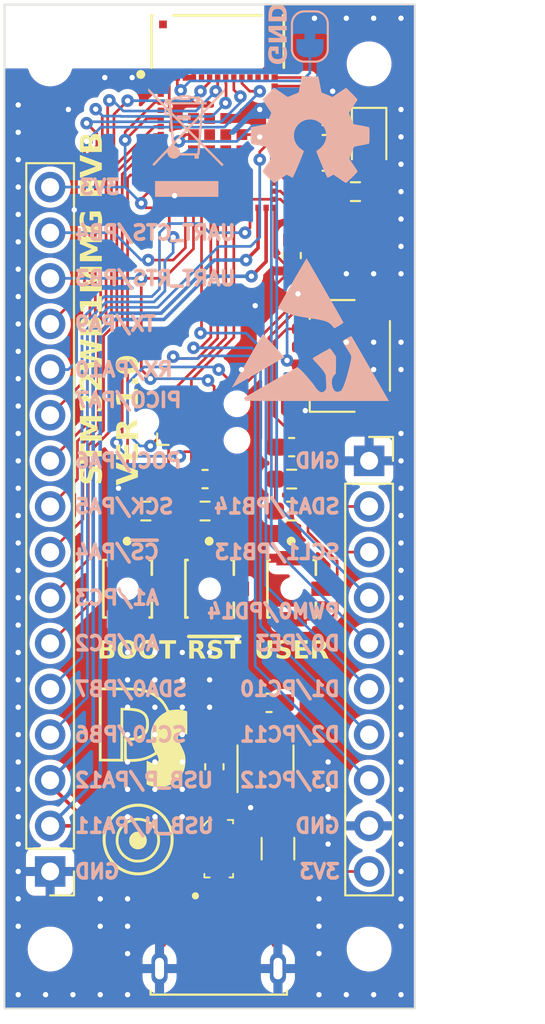
<source format=kicad_pcb>
(kicad_pcb (version 20221018) (generator pcbnew)
  (title_block (title "ST32WB5MM_EVB") (date "2023-11-08") (rev "01") (company "Applied Sensors") (comment 1 "Design: D. Shlenkevitch"))
  (layers (0 "F.Cu" mixed) (31 "B.Cu" mixed) (34 "B.Paste" user) (35 "F.Paste" user) (36 "B.SilkS" user "B.Silkscreen") (37 "F.SilkS" user "F.Silkscreen") (38 "B.Mask" user) (39 "F.Mask" user) (44 "Edge.Cuts" user))
  (property "project_name" "STM32WB5MMG EVB")
  (net 0 "")
  (net 1 "+3.3V")
  (net 2 "GND")
  (net 3 "/BUTT_1")
  (net 4 "/~{RST}")
  (net 5 "Net-(MD1B-PB10)")
  (net 6 "Net-(MD1B-PB11)")
  (net 7 "Net-(MD1B-PC5)")
  (net 8 "/V_USB")
  (net 9 "/USB_N")
  (net 10 "/USB_P")
  (net 11 "Net-(D2-A)")
  (net 12 "Net-(J2-VUSB)")
  (net 13 "/I2C1_SDA")
  (net 14 "/I2C1_SCL")
  (net 16 "/SWDIO")
  (net 17 "/SWDCLK")
  (net 18 "/UART_RTS {slash} SWO")
  (net 19 "/A0{slash}PC2")
  (net 20 "/A1{slash}PC3")
  (net 21 "/PWM0")
  (net 22 "/UART_CTS")
  (net 23 "/RX")
  (net 24 "/TX")
  (net 25 "/I2C3_SDA1")
  (net 26 "/I2C3_SCL1")
  (net 27 "/SPI_PICO")
  (net 28 "/SPI_POCI")
  (net 29 "/SPI_SCK")
  (net 30 "/SPI_~{CS}")
  (net 31 "Net-(JP1-A)")
  (net 38 "/BOOT0")
  (net 45 "/LED_USER")
  (net 70 "Net-(S3-NO)")
  (net 75 "/D3{slash}PC12")
  (net 76 "/D2{slash}PC11")
  (net 77 "/D0{slash}PE3")
  (net 78 "/D1{slash}PC10")
  (footprint "MountingHole:MountingHole_2mm" (layer "F.Cu") (at 88.9 98.298)
    (fp_text reference "H3" hide)
    (fp_text value "MountingHole" hide)
  )
  (footprint "Resistor_SMD:R_0603_1608Metric_Pad0.98x0.95mm_HandSolder" (layer "F.Cu") (at 102.362 73.914 180)
    (fp_text reference "R4" hide)
    (fp_text value "10K")
  )
  (footprint "Package_TO_SOT_SMD:SOT-23-5" (layer "F.Cu") (at 100.904 87.7625 90)
    (fp_text reference "U1" hide)
    (fp_text value "AP2112K-3.3")
  )
  (footprint "MountingHole:MountingHole_2mm" (layer "F.Cu") (at 106.68 98.298)
    (fp_text reference "H4" hide)
    (fp_text value "MountingHole" hide)
  )
  (footprint "Resistor_SMD:R_0603_1608Metric_Pad0.98x0.95mm_HandSolder" (layer "F.Cu") (at 105.918 56.134 180)
    (fp_text reference "R5" hide)
    (fp_text value "1K")
  )
  (footprint "digikey-footprints:TO-253-4" (layer "F.Cu") (at 98.298 92.71)
    (fp_text reference "D1" hide)
    (fp_text value "PRTR5V0U2X_215")
  )
  (footprint "Fuse:Fuse_1206_3216Metric_Pad1.42x1.75mm_HandSolder" (layer "F.Cu") (at 101.6 92.71 90)
    (fp_text reference "F1" hide)
    (fp_text value "PPTC_HALF-AMP")
  )
  (footprint "Resistor_SMD:R_0603_1608Metric_Pad0.98x0.95mm_HandSolder" (layer "F.Cu") (at 102.362 72.136 180)
    (fp_text reference "R2" hide)
    (fp_text value "10K")
  )
  (footprint "Connector_JST:JST_SH_SM04B-SRSS-TB_1x04-1MP_P1.00mm_Horizontal" (layer "F.Cu") (at 105.156 65.278 90)
    (fp_text reference "J1" hide)
    (fp_text value "I2C_STANDARDQWIIC")
  )
  (footprint "Resistor_SMD:R_0603_1608Metric_Pad0.98x0.95mm_HandSolder" (layer "F.Cu") (at 97.536 73.914)
    (fp_text reference "R3" hide)
    (fp_text value "10K")
  )
  (footprint "Fiducial:Fiducial_0.75mm_Mask1.5mm" (layer "F.Cu") (at 88.646 52.578)
    (fp_text reference "FID1" hide)
    (fp_text value "Fiducial" hide)
  )
  (footprint "Capacitor_SMD:C_0603_1608Metric_Pad1.08x0.95mm_HandSolder" (layer "F.Cu") (at 102.362 59.69 -90)
    (fp_text reference "C1" hide)
    (fp_text value "4.7uF")
  )
  (footprint "MountingHole:MountingHole_2mm" (layer "F.Cu") (at 88.9 49.022)
    (fp_text reference "H1" hide)
    (fp_text value "MountingHole" hide)
  )
  (footprint "Capacitor_SMD:C_0603_1608Metric_Pad1.08x0.95mm_HandSolder" (layer "F.Cu") (at 97.536 72.136)
    (fp_text reference "C3" hide)
    (fp_text value "0.1uF")
  )
  (footprint "Fiducial:Fiducial_0.75mm_Mask1.5mm" (layer "F.Cu") (at 92.202 99.568)
    (fp_text reference "FID3" hide)
    (fp_text value "Fiducial" hide)
  )
  (footprint "my_logos:DS_logo_6x6mm" (layer "F.Cu") (at 94.1 86.5)
    (fp_text reference "G***" hide)
    (fp_text value "LOGO" hide)
  )
  (footprint "Capacitor_SMD:C_0402_1005Metric_Pad0.74x0.62mm_HandSolder" (layer "F.Cu") (at 104.1995 54.61 180)
    (fp_text reference "C6" hide)
    (fp_text value "3.3pF")
  )
  (footprint "Fiducial:Fiducial_0.75mm_Mask1.5mm" (layer "F.Cu") (at 106.426 58.42)
    (fp_text reference "FID2" hide)
    (fp_text value "Fiducial" hide)
  )
  (footprint "MountingHole:MountingHole_2mm" (layer "F.Cu") (at 106.68 49.022)
    (fp_text reference "H2" hide)
    (fp_text value "MountingHole" hide)
  )
  (footprint "Capacitor_SMD:C_0603_1608Metric_Pad1.08x0.95mm_HandSolder" (layer "F.Cu") (at 102.362 70.358 180)
    (fp_text reference "C2" hide)
    (fp_text value "0.1uF")
  )
  (footprint "Switch-B3U-1100P-B:Omron_Electronics_Inc-EMC_Div-B3U-1100P-B-MFG" (layer "F.Cu") (at 102.362 78.24 90)
    (fp_text reference "S3" hide)
    (fp_text value "B3U-1000P-B" hide)
  )
  (footprint "my_logos:one_suns_4x4mm" (layer "F.Cu") (at 93.8 92.2)
    (fp_text reference "G***" hide)
    (fp_text value "LOGO" hide)
  )
  (footprint "Capacitor_SMD:C_0402_1005Metric_Pad0.74x0.62mm_HandSolder" (layer "F.Cu") (at 104.1995 53.34 180)
    (fp_text reference "C5" hide)
    (fp_text value "3.3pF")
  )
  (footprint "Switch-B3U-1100P-B:Omron_Electronics_Inc-EMC_Div-B3U-1100P-B-MFG" (layer "F.Cu") (at 93.218 78.24 90)
    (fp_text reference "S1" hide)
    (fp_text value "B3U-1000P-B" hide)
  )
  (footprint "Capacitor_SMD:C_0603_1608Metric_Pad1.08x0.95mm_HandSolder" (layer "F.Cu") (at 101.1035 84.593)
    (fp_text reference "C8" hide)
    (fp_text value "1.0uF")
  )
  (footprint "Capacitor_SMD:C_0603_1608Metric_Pad1.08x0.95mm_HandSolder" (layer "F.Cu") (at 98.0555 88.149 -90)
    (fp_text reference "C7" hide)
    (fp_text value "1.0uF")
  )
  (footprint "Switch-B3U-1100P-B:Omron_Electronics_Inc-EMC_Div-B3U-1100P-B-MFG" (layer "F.Cu") (at 97.79 78.24 90)
    (fp_text reference "S2" hide)
    (fp_text value "B3U-1000P-B" hide)
  )
  (footprint "Connector:Tag-Connect_TC2030-IDC-NL_2x03_P1.27mm_Vertical" (layer "F.Cu") (at 96.774 68.961)
    (fp_text reference "J3" hide)
    (fp_text value "Conn_ARM_SWD_TagConnect_TC2030" hide)
  )
  (footprint "STM32WB5MMGH6TR-MFG:STM32WB5MMGH6TR-MFG" (layer "F.Cu") (at 98.24 51.859)
    (fp_text reference "MD1" hide)
    (fp_text value "STM32WB5MMGH6TR" hide)
  )
  (footprint "LED_SMD:LED_0805_2012Metric_Pad1.15x1.40mm_HandSolder" (layer "F.Cu") (at 106.68 53.331001 -90)
    (fp_text reference "D2" hide)
    (fp_text value "LED_GREEN")
  )
  (footprint "Capacitor_SMD:C_0402_1005Metric_Pad0.74x0.62mm_HandSolder" (layer "F.Cu") (at 104.1995 52.07)
    (fp_text reference "C4" hide)
    (fp_text value "3.3pF")
  )
  (footprint "Resistor_SMD:R_0603_1608Metric_Pad0.98x0.95mm_HandSolder" (layer "F.Cu") (at 94.234 73.914 180)
    (fp_text reference "R1" hide)
    (fp_text value "100K")
  )
  (footprint "Connector_PinHeader_2.54mm:PinHeader_1x16_P2.54mm_Vertical" (layer "F.Cu") (at 88.9 93.98 180)
    (fp_text reference "J5" hide)
    (fp_text value "Conn_01x16" hide)
  )
  (footprint "USB_micro_10118193:USB-micro-AMPHENOL_10118193-0001LF" (layer "F.Cu") (at 98.298 99.3855)
    (fp_text reference "J2" hide)
    (fp_text value "10118193-0001LF")
  )
  (footprint "Connector_PinSocket_2.54mm:PinSocket_1x10_P2.54mm_Vertical" (layer "F.Cu") (at 106.68 71.12)
    (fp_text reference "J4" hide)
    (fp_text value "Conn_01x10" hide)
  )
  (footprint "Jumper:SolderJumper-2_P1.3mm_Bridged_RoundedPad1.0x1.5mm" (layer "B.Cu") (at 103.378 47.498 90)
    (fp_text reference "JP1" hide)
    (fp_text value "Jumper_2_Bridged" hide)
  )
  (footprint "Symbol:ESD-Logo_8.9x8mm_SilkScreen" (layer "B.Cu") (at 103.4 63.8 180)
    (fp_text reference "REF**" hide)
    (fp_text value "ESD-Logo_8.9x8mm_SilkScreen" hide)
  )
  (footprint "Symbol:OSHW-Symbol_6.7x6mm_SilkScreen" (layer "B.Cu") (at 103.4 52.7 180)
    (fp_text reference "REF**" hide)
    (fp_text value "OSHW-Symbol_6.7x6mm_SilkScreen" hide)
  )
  (footprint "Symbol:WEEE-Logo_4.2x6mm_SilkScreen" (layer "B.Cu") (at 96.5 53.4 180)
    (fp_text reference "REF**" hide)
    (fp_text value "WEEE-Logo_4.2x6mm_SilkScreen" hide)
  )
  (gr_line (start 109.22 45.72) (end 109.22 101.6) (stroke (width 0.1)) (layer "Edge.Cuts"))
  (gr_line (start 86.36 101.6) (end 86.36 45.72) (stroke (width 0.1)) (layer "Edge.Cuts"))
  (gr_line (start 86.36 45.72) (end 109.22 45.72) (stroke (width 0.1)) (layer "Edge.Cuts"))
  (gr_line (start 109.22 101.6) (end 86.36 101.6) (stroke (width 0.1)) (layer "Edge.Cuts"))
  (gr_text "GND" (at 100.9 49.1 -90) (layer "B.SilkS") (effects (font (size 1 1) (thickness 0.2) bold) (justify left bottom mirror)))
  (gr_text "UART_CTS/PB4" (at 90.17 58.42) (layer "B.SilkS") (effects (font (size 0.8 0.8) (thickness 0.2) bold) (justify right mirror)))
  (gr_text "SCL0/PB6" (at 90.17 86.36) (layer "B.SilkS") (effects (font (size 0.8 0.8) (thickness 0.2) bold) (justify right mirror)))
  (gr_text "RX/PA10" (at 90.17 66.04) (layer "B.SilkS") (effects (font (size 0.8 0.8) (thickness 0.2) bold) (justify right mirror)))
  (gr_text "GND" (at 105.156 91.44) (layer "B.SilkS") (effects (font (size 0.8 0.8) (thickness 0.2) bold) (justify left mirror)))
  (gr_text "POCI/PA6" (at 90.17 71.12) (layer "B.SilkS") (effects (font (size 0.8 0.8) (thickness 0.2) bold) (justify right mirror)))
  (gr_text "SCK/PA5" (at 90.17 73.66) (layer "B.SilkS") (effects (font (size 0.8 0.8) (thickness 0.2) bold) (justify right mirror)))
  (gr_text "3V3" (at 105.156 93.98) (layer "B.SilkS") (effects (font (size 0.8 0.8) (thickness 0.2) bold) (justify left mirror)))
  (gr_text "D0/PE3" (at 105.156 81.28) (layer "B.SilkS") (effects (font (size 0.8 0.8) (thickness 0.2) bold) (justify left mirror)))
  (gr_text "A1/PC3" (at 90.17 78.74) (layer "B.SilkS") (effects (font (size 0.8 0.8) (thickness 0.2) bold) (justify right mirror)))
  (gr_text "SDA1/PB14" (at 105.156 73.66) (layer "B.SilkS") (effects (font (size 0.8 0.8) (thickness 0.2) bold) (justify left mirror)))
  (gr_text "USB_P/PA12" (at 90.17 88.9) (layer "B.SilkS") (effects (font (size 0.8 0.8) (thickness 0.2) bold) (justify right mirror)))
  (gr_text "TX/PA9" (at 90.17 63.5) (layer "B.SilkS") (effects (font (size 0.8 0.8) (thickness 0.2) bold) (justify right mirror)))
  (gr_text "D2/PC11" (at 105.156 86.36) (layer "B.SilkS") (effects (font (size 0.8 0.8) (thickness 0.2) bold) (justify left mirror)))
  (gr_text "SCL1/PB13" (at 105.156 76.2) (layer "B.SilkS") (effects (font (size 0.8 0.8) (thickness 0.2) bold) (justify left mirror)))
  (gr_text "GND" (at 90.17 93.98) (layer "B.SilkS") (effects (font (size 0.8 0.8) (thickness 0.2) bold) (justify right mirror)))
  (gr_text "3V3" (at 90.424 55.88) (layer "B.SilkS") (effects (font (size 0.8 0.8) (thickness 0.2) bold) (justify right mirror)))
  (gr_text "UART_RTS/PB3" (at 90.17 60.96) (layer "B.SilkS") (effects (font (size 0.8 0.8) (thickness 0.2) bold) (justify right mirror)))
  (gr_text "SDA0/PB7" (at 90.17 83.82) (layer "B.SilkS") (effects (font (size 0.8 0.8) (thickness 0.2) bold) (justify right mirror)))
  (gr_text "PICO/PA7" (at 90.17 67.7418) (layer "B.SilkS") (effects (font (size 0.8 0.8) (thickness 0.2) bold) (justify right mirror)))
  (gr_text "USB_N/PA11" (at 90.17 91.44) (layer "B.SilkS") (effects (font (size 0.8 0.8) (thickness 0.2) bold) (justify right mirror)))
  (gr_text "D1/PC10" (at 105.156 83.82) (layer "B.SilkS") (effects (font (size 0.8 0.8) (thickness 0.2) bold) (justify left mirror)))
  (gr_text "PWM0/PD14" (at 105.156 79.502) (layer "B.SilkS") (effects (font (size 0.8 0.8) (thickness 0.2) bold) (justify left mirror)))
  (gr_text "A0/PC2" (at 90.17 81.28) (layer "B.SilkS") (effects (font (size 0.8 0.8) (thickness 0.2) bold) (justify right mirror)))
  (gr_text "~{CS}/PA4" (at 90.17 76.2) (layer "B.SilkS") (effects (font (size 0.8 0.8) (thickness 0.2) bold) (justify right mirror)))
  (gr_text "GND" (at 105.156 71.12) (layer "B.SilkS") (effects (font (size 0.8 0.8) (thickness 0.2) bold) (justify left mirror)))
  (gr_text "D3/PC12" (at 105.156 88.9) (layer "B.SilkS") (effects (font (size 0.8 0.8) (thickness 0.2) bold) (justify left mirror)))
  (gr_text "BOOT" (at 93.726 82.296) (layer "F.SilkS") (effects (font (size 1 1) (thickness 0.2) bold) (justify bottom)))
  (gr_text "~{RST}" (at 98.044 82.296) (layer "F.SilkS") (effects (font (size 1 1) (thickness 0.2) bold) (justify bottom)))
  (gr_text "STM32WB1MMG EVB\nVER 1.0" (at 94 72.5 90) (layer "F.SilkS") (effects (font (size 1.2 1.2) (thickness 0.2) bold italic) (justify left bottom)))
  (gr_text "USER" (at 102.362 82.296) (layer "F.SilkS") (effects (font (size 1 1) (thickness 0.2) bold) (justify bottom)))
  (segment (start 98.298 66.04) (end 99.06 66.802) (width 0.15) (layer "F.Cu") (net 1))
  (segment (start 93.0805 53.265072) (end 93.0805 52.8185) (width 0.15) (layer "F.Cu") (net 1))
  (segment (start 103.632 93.98) (end 106.68 93.98) (width 0.15) (layer "F.Cu") (net 1))
  (segment (start 95.065 52.059) (end 94.286572 52.059) (width 0.15) (layer "F.Cu") (net 1))
  (segment (start 103.124 88.392) (end 103.124 93.472) (width 0.15) (layer "F.Cu") (net 1))
  (segment (start 93.98 56.7795) (end 93.98 56.559146) (width 0.15) (layer "F.Cu") (net 1))
  (segment (start 103.124 93.472) (end 103.632 93.98) (width 0.15) (layer "F.Cu") (net 1))
  (segment (start 102.362 58.8275) (end 103.124 59.5895) (width 0.15) (layer "F.Cu") (net 1))
  (segment (start 103.624 65.524) (end 104.394 66.294) (width 0.15) (layer "F.Cu") (net 1))
  (segment (start 103.886 72.136) (end 103.2745 72.136) (width 0.15) (layer "F.Cu") (net 1))
  (segment (start 99.06 85.731) (end 99.06 82.042) (width 0.15) (layer "F.Cu") (net 1))
  (segment (start 93.218 80.518) (end 93.218 79.94) (width 0.15) (layer "F.Cu") (net 1))
  (segment (start 95.504 72.7945) (end 95.504 69.596) (width 0.15) (layer "F.Cu") (net 1))
  (segment (start 104.394 66.294) (end 104.394 71.628) (width 0.15) (layer "F.Cu") (net 1))
  (segment (start 103.124 59.5895) (end 103.124 60.452) (width 0.15) (layer "F.Cu") (net 1))
  (segment (start 96.6235 74.0645) (end 96.6235 73.914) (width 0.15) (layer "F.Cu") (net 1))
  (segment (start 93.98 56.559146) (end 94.430146 56.109) (width 0.15) (layer "F.Cu") (net 1))
  (segment (start 99.954 86.625) (end 99.954 86.605) (width 0.15) (layer "F.Cu") (net 1))
  (segment (start 102.1045 65.532) (end 102.3505 65.778) (width 0.15) (layer "F.Cu") (net 1))
  (segment (start 95.1835 69.596) (end 94.488 70.2915) (width 0.15) (layer "F.Cu") (net 1))
  (segment (start 99.954 86.625) (end 99.06 85.731) (width 0.15) (layer "F.Cu") (net 1))
  (segment (start 99.822 66.802) (end 100.792 65.832) (width 0.15) (layer "F.Cu") (net 1))
  (segment (start 93.98 78.74) (end 93.98 77.728) (width 0.15) (layer "F.Cu") (net 1))
  (segment (start 96.6235 73.914) (end 95.504 72.7945) (width 0.15) (layer "F.Cu") (net 1))
  (segment (start 95.065 56.109) (end 95.277365 56.109) (width 0.15) (layer "F.Cu") (net 1))
  (segment (start 99.954 86.605) (end 101.966 84.593) (width 0.15) (layer "F.Cu") (net 1))
  (segment (start 102.3505 65.778) (end 103.156 65.778) (width 0.15) (layer "F.Cu") (net 1))
  (segment (start 101.74 56.559) (end 102.362 57.181) (width 0.15) (layer "F.Cu") (net 1))
  (segment (start 95.277365 56.109) (end 95.601366 55.784999) (width 0.15) (layer "F.Cu") (net 1))
  (segment (start 103.156 65.524) (end 103.624 65.524) (width 0.15) (layer "F.Cu") (net 1))
  (segment (start 96.851299 56.559) (end 101.415 56.559) (width 0.15) (layer "F.Cu") (net 1))
  (segment (start 99.06 82.042) (end 98.044 81.026) (width 0.15) (layer "F.Cu") (net 1))
  (segment (start 99.06 66.802) (end 99.822 66.802) (width 0.15) (layer "F.Cu") (net 1))
  (segment (start 103.124 60.452) (end 103.124 61.417534) (width 0.15) (layer "F.Cu") (net 1))
  (segment (start 100.792 65.832) (end 100.792 64.054) (width 0.15) (layer "F.Cu") (net 1))
  (segment (start 94.996 75.692) (end 96.6235 74.0645) (width 0.15) (layer "F.Cu") (net 1))
  (segment (start 103.124 61.417534) (end 102.717767 61.823767) (width 0.15) (layer "F.Cu") (net 1))
  (segment (start 93.0805 52.8185) (end 94.74 51.159) (width 0.15) (layer "F.Cu") (net 1))
  (segment (start 94.488 77.22) (end 94.488 77.216) (width 0.15) (layer "F.Cu") (net 1))
  (segment (start 99.954 86.625) (end 101.213 87.884) (width 0.15) (layer "F.Cu") (net 1))
  (segment (start 93.726 81.026) (end 93.218 80.518) (width 0.15) (layer "F.Cu") (net 1))
  (segment (start 93.218 79.502) (end 93.98 78.74) (width 0.15) (layer "F.Cu") (net 1))
  (segment (start 104.394 71.628) (end 103.886 72.136) (width 0.15) (layer "F.Cu") (net 1))
  (segment (start 98.044 81.026) (end 93.726 81.026) (width 0.15) (layer "F.Cu") (net 1))
  (segment (start 100.792 64.054) (end 102.717767 62.128233) (width 0.15) (layer "F.Cu") (net 1))
  (segment (start 93.218 79.94) (end 93.218 79.502) (width 0.15) (layer "F.Cu") (net 1))
  (segment (start 95.065 56.109) (end 94.430146 56.109) (width 0.15) (layer "F.Cu") (net 1))
  (segment (start 93.98 77.728) (end 94.488 77.22) (width 0.15) (layer "F.Cu") (net 1))
  (segment (start 94.996 76.708) (end 94.996 75.692) (width 0.15) (layer "F.Cu") (net 1))
  (segment (start 96.077298 55.784999) (end 96.851299 56.559) (width 0.15) (layer "F.Cu") (net 1))
  (segment (start 101.213 87.884) (end 102.616 87.884) (width 0.15) (layer "F.Cu") (net 1))
  (segment (start 94.286572 52.059) (end 93.0805 53.265072) (width 0.15) (layer "F.Cu") (net 1))
  (segment (start 95.065 57.034) (end 94.2345 57.034) (width 0.15) (layer "F.Cu") (net 1))
  (segment (start 94.74 51.159) (end 95.065 51.159) (width 0.15) (layer "F.Cu") (net 1))
  (segment (start 94.488 77.216) (end 94.996 76.708) (width 0.15) (layer "F.Cu") (net 1))
  (segment (start 94.2345 57.034) (end 93.98 56.7795) (width 0.15) (layer "F.Cu") (net 1))
  (segment (start 102.616 87.884) (end 103.124 88.392) (width 0.15) (layer "F.Cu") (net 1))
  (segment (start 101.415 56.559) (end 101.74 56.559) (width 0.15) (layer "F.Cu") (net 1))
  (segment (start 102.362 57.181) (end 102.362 58.8275) (width 0.15) (layer "F.Cu") (net 1))
  (segment (start 102.717767 62.128233) (end 102.717767 61.823767) (width 0.15) (layer "F.Cu") (net 1))
  (segment (start 95.601366 55.784999) (end 96.077298 55.784999) (width 0.15) (layer "F.Cu") (net 1))
  (segment (start 95.504 69.596) (end 95.1835 69.596) (width 0.15) (layer "F.Cu") (net 1))
  (via (at 93.0805 53.265072) (size 0.7) (drill 0.3) (layers "F.Cu" "B.Cu") (net 1))
  (via (at 93.98 56.7795) (size 0.7) (drill 0.3) (layers "F.Cu" "B.Cu") (net 1))
  (via (at 98.298 66.04) (size 0.7) (drill 0.3) (layers "F.Cu" "B.Cu") (net 1))
  (via (at 94.488 70.2915) (size 0.7) (drill 0.3) (layers "F.Cu" "B.Cu") (net 1))
  (via (at 102.717767 61.823767) (size 0.7) (drill 0.3) (layers "F.Cu" "B.Cu") (net 1))
  (via (at 102.1045 65.532) (size 0.7) (drill 0.3) (layers "F.Cu" "B.Cu") (net 1))
  (segment (start 93.0805 53.265072) (end 93.0805 55.88) (width 0.15) (layer "B.Cu") (net 1))
  (segment (start 94.488 70.2915) (end 93.9135 70.2915) (width 0.15) (layer "B.Cu") (net 1))
  (segment (start 93.0805 55.88) (end 88.9 55.88) (width 0.15) (layer "B.Cu") (net 1))
  (segment (start 102.108 62.433534) (end 102.717767 61.823767) (width 0.15) (layer "B.Cu") (net 1))
  (segment (start 93.218 66.802) (end 94.124781 65.895219) (width 0.15) (layer "B.Cu") (net 1))
  (segment (start 93.98 56.7795) (end 93.0805 55.88) (width 0.15) (layer "B.Cu") (net 1))
  (segment (start 102.1045 65.532) (end 102.108 65.5285) (width 0.15) (layer "B.Cu") (net 1))
  (segment (start 93.218 69.596) (end 93.218 66.802) (width 0.15) (layer "B.Cu") (net 1))
  (segment (start 98.153219 65.895219) (end 98.298 66.04) (width 0.15) (layer "B.Cu") (net 1))
  (segment (start 93.9135 70.2915) (end 93.218 69.596) (width 0.15) (layer "B.Cu") (net 1))
  (segment (start 94.124781 65.895219) (end 98.153219 65.895219) (width 0.15) (layer "B.Cu") (net 1))
  (segment (start 102.108 65.5285) (end 102.108 62.433534) (width 0.15) (layer "B.Cu") (net 1))
  (segment (start 95.465 49.384) (end 95.25 49.384) (width 0.15) (layer "F.Cu") (net 2))
  (segment (start 97.298 91.96) (end 97.623 92.285) (width 0.15) (layer "F.Cu") (net 2))
  (segment (start 92.71 73.3025) (end 92.71 72.644) (width 0.15) (layer "F.Cu") (net 2))
  (segment (start 96.89 49.459) (end 96.965 49.384) (width 0.15) (layer "F.Cu") (net 2))
  (segment (start 96.44 49.784) (end 96.44 49.459) (width 0.15) (layer "F.Cu") (net 2))
  (segment (start 100.904 89.596) (end 100.076 90.424) (width 0.15) (layer "F.Cu") (net 2))
  (segment (start 96.89 49.784) (end 96.89 49.459) (width 0.15) (layer "F.Cu") (net 2))
  (segment (start 103.2245 70.358) (end 103.2245 68.4265) (width 0.15) (layer "F.Cu") (net 2))
  (segment (start 100.584 77.216) (end 100.584 79.756) (width 0.15) (layer "F.Cu") (net 2))
  (segment (start 99.598 95.22) (end 99.598 96.7105) (width 0.15) (layer "F.Cu") (net 2))
  (segment (start 100.73 49.384) (end 101.29 48.824) (width 0.15) (layer "F.Cu") (net 2))
  (segment (start 95.54 51.459) (end 95.39 51.609) (width 0.15) (layer "F.Cu") (net 2))
  (segment (start 98.044 69.596) (end 98.044 71.7815) (width 0.15) (layer "F.Cu") (net 2))
  (segment (start 95.25 49.384) (end 93.872 49.384) (width 0.15) (layer "F.Cu") (net 2))
  (segment (start 100.33 94.488) (end 99.598 95.22) (width 0.15) (layer "F.Cu") (net 2))
  (segment (start 100.584 79.756) (end 99.314 81.026) (width 0.15) (layer "F.Cu") (net 2))
  (segment (start 95.54 49.784) (end 95.54 51.459) (width 0.15) (layer "F.Cu") (net 2))
  (segment (start 95.54 49.784) (end 95.54 49.459) (width 0.15) (layer "F.Cu") (net 2))
  (segment (start 102.2615 60.5525) (end 100.33 62.484) (width 0.15) (layer "F.Cu") (net 2))
  (segment (start 96.965 49.384) (end 100.73 49.384) (width 0.15) (layer "F.Cu") (net 2))
  (segment (start 96.89 49.784) (end 96.44 49.784) (width 0.15) (layer "F.Cu") (net 2))
  (segment (start 96.89 49.784) (end 96.89 49.454962) (width 0.15) (layer "F.Cu") (net 2))
  (segment (start 93.872 49.384) (end 93.472 49.784) (width 0.15) (layer "F.Cu") (net 2))
  (segment (start 95.065 56.559) (end 95.639831 56.559) (width 0.15) (layer "F.Cu") (net 2))
  (segment (start 101.415 59.6055) (end 102.362 60.5525) (width 0.15) (layer "F.Cu") (net 2))
  (segment (start 93.3215 73.914) (end 92.71 73.3025) (width 0.15) (layer "F.Cu") (net 2))
  (segment (start 100.33 93.472) (end 100.33 94.488) (width 0.15) (layer "F.Cu") (net 2))
  (segment (start 97.623 92.285) (end 99.143 92.285) (width 0.15) (layer "F.Cu") (net 2))
  (segment (start 96.819038 49.384) (end 96.365 49.384) (width 0.15) (layer "F.Cu") (net 2))
  (segment (start 99.908 76.54) (end 100.584 77.216) (width 0.15) (layer "F.Cu") (net 2))
  (segment (start 103.156 68.294) (end 103.124 68.326) (width 0.15) (layer "F.Cu") (net 2))
  (segment (start 100.087 52.059) (end 100.584 51.562) (width 0.15) (layer "F.Cu") (net 2))
  (segment (start 96.89 49.454962) (end 96.819038 49.384) (width 0.15) (layer "F.Cu") (net 2))
  (segment (start 97.79 76.54) (end 99.908 76.54) (width 0.15) (layer "F.Cu") (net 2))
  (segment (start 99.143 92.285) (end 100.33 93.472) (width 0.15) (layer "F.Cu") (net 2))
  (segment (start 98.044 71.7815) (end 98.3985 72.136) (width 0.15) (layer "F.Cu") (net 2))
  (segment (start 100.904 88.9) (end 100.904 89.596) (width 0.15) (layer "F.Cu") (net 2))
  (segment (start 102.362 60.5525) (end 102.2615 60.5525) (width 0.15) (layer "F.Cu") (net 2))
  (segment (start 95.639831 56.559) (end 95.839332 56.359499) (width 0.15) (layer "F.Cu") (net 2))
  (segment (start 103.156 66.778) (end 103.156 68.294) (width 0.15) (layer "F.Cu") (net 2))
  (segment (start 96.44 49.459) (end 96.365 49.384) (width 0.15) (layer "F.Cu") (net 2))
  (segment (start 98.69 52.059) (end 100.087 52.059) (width 0.15) (layer "F.Cu") (net 2))
  (segment (start 101.415 57.034) (end 101.415 59.6055) (width 0.15) (layer "F.Cu") (net 2))
  (segment (start 101.29 48.824) (end 101.29 46.824) (width 0.15) (layer "F.Cu") (net 2))
  (segment (start 95.39 51.609) (end 95.065 51.609) (width 0.15) (layer "F.Cu") (net 2))
  (segment (start 95.54 49.459) (end 95.465 49.384) (width 0.15) (layer "F.Cu") (net 2))
  (segment (start 103.2245 68.4265) (end 103.124 68.326) (width 0.15) (layer "F.Cu") (net 2))
  (segment (start 96.365 49.384) (end 95.465 49.384) (width 0.15) (layer "F.Cu") (net 2))
  (via (at 96.266 90.932) (size 0.7) (drill 0.3) (layers "F.Cu" "B.Cu") (net 2))
  (via (at 108.458 75.692) (size 0.7) (drill 0.3) (layers "F.Cu" "B.Cu") (net 2))
  (via (at 87.122 61.976) (size 0.7) (drill 0.3) (layers "F.Cu" "B.Cu") (net 2))
  (via (at 108.458 64.516) (size 0.7) (drill 0.3) (layers "F.Cu" "B.Cu") (net 2))
  (via (at 94.742 83.312) (size 0.7) (drill 0.3) (layers "F.Cu" "B.Cu") (net 2))
  (via (at 87.122 75.692) (size 0.7) (drill 0.3) (layers "F.Cu" "B.Cu") (net 2))
  (via (at 103.632 46.482) (size 0.7) (drill 0.3) (layers "F.Cu" "B.Cu") (net 2))
  (via (at 104.648 50.546) (size 0.7) (drill 0.3) (layers "F.Cu" "B.Cu") (net 2))
  (via (at 108.458 53.086) (size 0.7) (drill 0.3) (layers "F.Cu" "B.Cu") (net 2))
  (via (at 87.122 58.928) (size 0.7) (drill 0.3) (layers "F.Cu" "B.Cu") (net 2))
  (via (at 105.41 60.706) (size 0.7) (drill 0.3) (layers "F.Cu" "B.Cu") (net 2))
  (via (at 108.458 56.134) (size 0.7) (drill 0.3) (layers "F.Cu" "B.Cu") (net 2))
  (via (at 94.742 87.884) (size 0.7) (drill 0.3) (layers "F.Cu" "B.Cu") (net 2))
  (via (at 99.314 81.026) (size 0.7) (drill 0.3) (layers "F.Cu" "B.Cu") (net 2))
  (via (at 105.41 64.516) (size 0.7) (drill 0.3) (layers "F.Cu" "B.Cu") (net 2))
  (via (at 87.122 97.028) (size 0.7) (drill 0.3) (layers "F.Cu" "B.Cu") (net 2))
  (via (at 96.266 84.836) (size 0.7) (drill 0.3) (layers "F.Cu" "B.Cu") (net 2))
  (via (at 92.71 72.644) (size 0.7) (drill 0.3) (layers "F.Cu" "B.Cu") (net 2))
  (via (at 97.79 81.788) (size 0.7) (drill 0.3) (layers "F.Cu" "B.Cu") (net 2))
  (via (at 87.122 87.884) (size 0.7) (drill 0.3) (layers "F.Cu" "B.Cu") (net 2))
  (via (at 87.122 81.788) (size 0.7) (drill 0.3) (layers "F.Cu" "B.Cu") (net 2))
  (via (at 108.458 46.482) (size 0.7) (drill 0.3) (layers "F.Cu" "B.Cu") (net 2))
  (via (at 93.472 49.784) (size 0.7) (drill 0.3) (layers "F.Cu" "B.Cu") (net 2))
  (via (at 87.122 72.644) (size 0.7) (drill 0.3) (layers "F.Cu" "B.Cu") (net 2))
  (via (at 93.218 89.408) (size 0.7) (drill 0.3) (layers "F.Cu" "B.Cu") (net 2))
  (via (at 108.458 84.836) (size 0.7) (drill 0.3) (layers "F.Cu" "B.Cu") (net 2))
  (via (at 108.458 81.788) (size 0.7) (drill 0.3) (layers "F.Cu" "B.Cu") (net 2))
  (via (at 106.934 46.482) (size 0.7) (drill 0.3) (layers "F.Cu" "B.Cu") (net 2))
  (via (at 108.458 95.504) (size 0.7) (drill 0.3) (layers "F.Cu" "B.Cu") (net 2))
  (via (at 97.79 84.836) (size 0.7) (drill 0.3) (layers "F.Cu" "B.Cu") (net 2))
  (via (at 103.886 95.504) (size 0.7) (drill 0.3) (layers "F.Cu" "B.Cu") (net 2))
  (via (at 108.458 78.74) (size 0.7) (drill 0.3) (layers "F.Cu" "B.Cu") (net 2))
  (via (at 108.458 80.264) (size 0.7) (drill 0.3) (layers "F.Cu" "B.Cu") (net 2))
  (via (at 93.218 100.838) (size 0.7) (drill 0.3) (layers "F.Cu" "B.Cu") (net 2))
  (via (at 108.458 92.456) (size 0.7) (drill 0.3) (layers "F.Cu" "B.Cu") (net 2))
  (via (at 87.122 90.932) (size 0.7) (drill 0.3) (layers "F.Cu" "B.Cu") (net 2))
  (via (at 94.742 89.408) (size 0.7) (drill 0.3) (layers "F.Cu" "B.Cu") (net 2))
  (via (at 94.742 90.932) (size 0.7) (drill 0.3) (layers "F.Cu" "B.Cu") (net 2))
  (via (at 87.122 84.836) (size 0.7) (drill 0.3) (layers "F.Cu" "B.Cu") (net 2))
  (via (at 93.218 97.028) (size 0.7) (drill 0.3) (layers "F.Cu" "B.Cu") (net 2))
  (via (at 87.122 51.308) (size 0.7) (drill 0.3) (layers "F.Cu" "B.Cu") (net 2))
  (via (at 95.839332 56.359499) (size 0.7) (drill 0.3) (layers "F.Cu" "B.Cu") (net 2))
  (via (at 93.218 90.932) (size 0.7) (drill 0.3) (layers "F.Cu" "B.Cu") (net 2))
  (via (at 87.122 80.264) (size 0.7) (drill 0.3) (layers "F.Cu" "B.Cu") (net 2))
  (via (at 91.694 100.838) (size 0.7) (drill 0.3) (layers "F.Cu" "B.Cu") (net 2))
  (via (at 108.458 89.408) (size 0.7) (drill 0.3) (layers "F.Cu" "B.Cu") (net 2))
  (via (at 100.33 62.484) (size 0.7) (drill 0.3) (layers "F.Cu" "B.Cu") (net 2))
  (via (at 108.458 72.644) (size 0.7) (drill 0.3) (layers "F.Cu" "B.Cu") (net 2))
  (via (at 93.218 98.552) (size 0.7) (drill 0.3) (layers "F.Cu" "B.Cu") (net 2))
  (via (at 87.122 92.456) (size 0.7) (drill 0.3) (layers "F.Cu" "B.Cu") (net 2))
  (via (at 97.79 83.312) (size 0.7) (drill 0.3) (layers "F.Cu" "B.Cu") (net 2))
  (via (at 104.394 87.884) (size 0.7) (drill 0.3) (layers "F.Cu" "B.Cu") (net 2))
  (via (at 96.266 87.884) (size 0.7) (drill 0.3) (layers "F.Cu" "B.Cu") (net 2))
  (via (at 106.934 100.838) (size 0.7) (drill 0.3) (layers "F.Cu" "B.Cu") (net 2))
  (via (at 87.122 100.838) (size 0.7) (drill 0.3) (layers "F.Cu" "B.Cu") (net 2))
  (via (at 103.886 100.838) (size 0.7) (drill 0.3) (layers "F.Cu" "B.Cu") (net 2))
  (via (at 87.122 74.168) (size 0.7) (drill 0.3) (layers "F.Cu" "B.Cu") (net 2))
  (via (at 108.458 87.884) (size 0.7) (drill 0.3) (layers "F.Cu" "B.Cu") (net 2))
  (via (at 108.458 57.658) (size 0.7) (drill 0.3) (layers "F.Cu" "B.Cu") (net 2))
  (via (at 93.218 81.788) (size 0.7) (drill 0.3) (layers "F.Cu" "B.Cu") (net 2))
  (via (at 104.394 92.456) (size 0.7) (drill 0.3) (layers "F.Cu" "B.Cu") (net 2))
  (via (at 87.122 86.36) (size 0.7) (drill 0.3) (layers "F.Cu" "B.Cu") (net 2))
  (via (at 87.122 83.312) (size 0.7) (drill 0.3) (layers "F.Cu" "B.Cu") (net 2))
  (via (at 108.458 66.04) (size 0.7) (drill 0.3) (layers "F.Cu" "B.Cu") (net 2))
  (via (at 96.266 86.36) (size 0.7) (drill 0.3) (layers "F.Cu" "B.Cu") (net 2))
  (via (at 96.266 89.408) (size 0.7) (drill 0.3) (layers "F.Cu" "B.Cu") (net 2))
  (via (at 106.934 64.516) (size 0.7) (drill 0.3) (layers "F.Cu" "B.Cu") (net 2))
  (via (at 87.122 93.98) (size 0.7) (drill 0.3) (layers "F.Cu" "B.Cu") (net 2))
  (via (at 91.694 95.504) (size 0.7) (drill 0.3) (layers "F.Cu" "B.Cu") (net 2))
  (via (at 104.394 89.408) (size 0.7) (drill 0.3) (layers "F.Cu" "B.Cu") (net 2))
  (via (at 87.122 54.356) (size 0.7) (drill 0.3) (layers "F.Cu" "B.Cu") (net 2))
  (via (at 87.122 68.072) (size 0.7) (drill 0.3) (layers "F.Cu" "B.Cu") (net 2))
  (via (at 87.122 52.832) (size 0.7) (drill 0.3) (layers "F.Cu" "B.Cu") (net 2))
  (via (at 87.122 60.452) (size 0.7) (drill 0.3) (layers "F.Cu" "B.Cu") (net 2))
  (via (at 103.124 68.326) (size 0.7) (drill 0.3) (layers "F.Cu" "B.Cu") (net 2))
  (via (at 93.218 87.884) (size 0.7) (drill 0.3) (layers "F.Cu" "B.Cu") (net 2))
  (via (at 93.218 83.312) (size 0.7) (drill 0.3) (layers "F.Cu" "B.Cu") (net 2))
  (via (at 108.458 51.562) (size 0.7) (drill 0.3) (layers "F.Cu" "B.Cu") (net 2))
  (via (at 91.694 97.028) (size 0.7) (drill 0.3) (layers "F.Cu" "B.Cu") (net 2))
  (via (at 108.458 97.028) (size 0.7) (drill 0.3) (layers "F.Cu" "B.Cu") (net 2))
  (via (at 108.458 93.98) (size 0.7) (drill 0.3) (layers "F.Cu" "B.Cu") (net 2))
  (via (at 87.122 77.216) (size 0.7) (drill 0.3) (layers "F.Cu" "B.Cu") (net 2))
  (via (at 94.742 84.836) (size 0.7) (drill 0.3) (layers "F.Cu" "B.Cu") (net 2))
  (via (at 93.218 95.504) (size 0.7) (drill 0.3) (layers "F.Cu" "B.Cu") (net 2))
  (via (at 108.458 77.216) (size 0.7) (drill 0.3) (layers "F.Cu" "B.Cu") (net 2))
  (via (at 94.742 86.36) (size 0.7) (drill 0.3) (layers "F.Cu" "B.Cu") (net 2))
  (via (at 108.458 74.168) (size 0.7) (drill 0.3) (layers "F.Cu" "B.Cu") (net 2))
  (via (at 108.458 60.706) (size 0.7) (drill 0.3) (layers "F.Cu" "B.Cu") (net 2))
  (via (at 90.17 100.838) (size 0.7) (drill 0.3) (layers "F.Cu" "B.Cu") (net 2))
  (via (at 90.2435 57.15) (size 0.7) (drill 0.3) (layers "F.Cu" "B.Cu") (net 2))
  (via (at 91.948 49.784) (size 0.7) (drill 0.3) (layers "F.Cu" "B.Cu") (net 2))
  (via (at 93.218 86.36) (size 0.7) (drill 0.3) (layers "F.Cu" "B.Cu") (net 2))
  (via (at 88.646 100.838) (size 0.7) (drill 0.3) (layers "F.Cu" "B.Cu") (net 2))
  (via (at 108.458 71.12) (size 0.7) (drill 0.3) (layers "F.Cu" "B.Cu") (net 2))
  (via (at 87.122 65.024) (size 0.7) (drill 0.3) (layers "F.Cu" "B.Cu") (net 2))
  (via (at 87.122 66.548) (size 0.7) (drill 0.3) (layers "F.Cu" "B.Cu") (net 2))
  (via (at 108.458 86.36) (size 0.7) (drill 0.3) (layers "F.Cu" "B.Cu") (net 2))
  (via (at 87.122 63.5) (size 0.7) (drill 0.3) (layers "F.Cu" "B.Cu") (net 2))
  (via (at 100.584 51.562) (size 0.7) (drill 0.3) (layers "F.Cu" "B.Cu") (net 2))
  (via (at 108.458 69.596) (size 0.7) (drill 0.3) (layers "F.Cu" "B.Cu") (net 2))
  (via (at 87.122 89.408) (size 0.7) (drill 0.3) (layers "F.Cu" "B.Cu") (net 2))
  (via (at 100.076 90.424) (size 0.7) (drill 0.3) (layers "F.Cu" "B.Cu") (net 2))
  (via (at 106.934 66.04) (size 0.7) (drill 0.3) (layers "F.Cu" "B.Cu") (net 2))
  (via (at 104.394 90.932) (size 0.7) (drill 0.3) (layers "F.Cu" "B.Cu") (net 2))
  (via (at 87.122 71.12) (size 0.7) (drill 0.3) (layers "F.Cu" "B.Cu") (net 2))
  (via (at 99.568 66.04) (size 0.7) (drill 0.3) (layers "F.Cu" "B.Cu") (net 2))
  (via (at 108.458 54.61) (size 0.7) (drill 0.3) (layers "F.Cu" "B.Cu") (net 2))
  (via (at 96.266 81.788) (size 0.7) (drill 0.3) (layers "F.Cu" "B.Cu") (net 2))
  (via (at 108.458 90.932) (size 0.7) (drill 0.3) (layers "F.Cu" "B.Cu") (net 2))
  (via (at 103.886 97.028) (size 0.7) (drill 0.3) (layers "F.Cu" "B.Cu") (net 2))
  (via (at 93.218 84.836) (size 0.7) (drill 0.3) (layers "F.Cu" "B.Cu") (net 2))
  (via (at 108.458 59.182) (size 0.7) (drill 0.3) (layers "F.Cu" "B.Cu") (net 2))
  (via (at 87.122 57.404) (size 0.7) (drill 0.3) (layers "F.Cu" "B.Cu") (net 2))
  (via (at 94.742 81.788) (size 0.7) (drill 0.3) (layers "F.Cu" "B.Cu") (net 2))
  (via (at 87.122 55.88) (size 0.7) (drill 0.3) (layers "F.Cu" "B.Cu") (net 2))
  (via (at 105.41 46.482) (size 0.7) (drill 0.3) (layers "F.Cu" "B.Cu") (net 2))
  (via (at 87.122 78.74) (size 0.7) (drill 0.3) (layers "F.Cu" "B.Cu") (net 2))
  (via (at 105.41 100.838) (size 0.7) (drill 0.3) (layers "F.Cu" "B.Cu") (net 2))
  (via (at 103.886 98.552) (size 0.7) (drill 0.3) (layers "F.Cu" "B.Cu") (net 2))
  (via (at 106.934 60.706) (size 0.7) (drill 0.3) (layers "F.Cu" "B.Cu") (net 2))
  (via (at 89.916 51.562) (size 0.7) (drill 0.3) (layers "F.Cu" "B.Cu") (net 2))
  (via (at 96.266 83.312) (size 0.7) (drill 0.3) (layers "F.Cu" "B.Cu") (net 2))
  (via (at 108.458 83.312) (size 0.7) (drill 0.3) (layers "F.Cu" "B.Cu") (net 2))
  (via (at 87.122 95.504) (size 0.7) (drill 0.3) (layers "F.Cu" "B.Cu") (net 2))
  (via (at 87.122 69.596) (size 0.7) (drill 0.3) (layers "F.Cu" "B.Cu") (net 2))
  (via (at 108.458 100.838) (size 0.7) (drill 0.3) (layers "F.Cu" "B.Cu") (net 2))
  (segment (start 106.934 66.04) (end 106.426 66.04) (width 0.15) (layer "B.Cu") (net 2))
  (segment (start 104.14 68.326) (end 103.124 68.326) (width 0.15) (layer "B.Cu") (net 2))
  (segment (start 93.726 58.166) (end 93.98 58.166) (width 0.15) (layer "B.Cu") (net 2))
  (segment (start 108.458 53.086) (end 108.204 53.086) (width 0.15) (layer "B.Cu") (net 2))
  (segment (start 95.786501 56.359499) (end 95.839332 56.359499) (width 0.15) (layer "B.Cu") (net 2))
  (segment (start 106.426 66.04) (end 104.14 68.326) (width 0.15) (layer "B.Cu") (net 2))
  (segment (start 106.68 51.562) (end 108.458 51.562) (width 0.15) (layer "B.Cu") (net 2))
  (segment (start 93.98 58.166) (end 95.786501 56.359499) (width 0.15) (layer "B.Cu") (net 2))
  (segment (start 106.68 51.562) (end 100.584 51.562) (width 0.15) (layer "B.Cu") (net 2))
  (segment (start 108.204 53.086) (end 106.68 51.562) (width 0.15) (layer "B.Cu") (net 2))
  (segment (start 92.71 57.15) (end 90.2435 57.15) (width 0.15) (layer "B.Cu") (net 2))
  (segment (start 92.71 57.15) (end 93.726 58.166) (width 0.15) (layer "B.Cu") (net 2))
  (segment (start 101.74 56.109) (end 103.54 57.909) (width 0.15) (layer "F.Cu") (net 3))
  (segment (start 101.415 56.109) (end 101.74 56.109) (width 0.15) (layer "F.Cu") (net 3))
  (segment (start 101.4495 72.136) (end 101.4995 72.086) (width 0.15) (layer "F.Cu") (net 3))
  (segment (start 101.092 64.262) (end 101.092 69.9505) (width 0.15) (layer "F.Cu") (net 3))
  (segment (start 101.092 69.9505) (end 101.4995 70.358) (width 0.15) (layer "F.Cu") (net 3))
  (segment (start 103.54 61.814) (end 101.092 64.262) (width 0.15) (layer "F.Cu") (net 3))
  (segment (start 101.4495 73.914) (end 101.4495 72.136) (width 0.15) (layer "F.Cu") (net 3))
  (segment (start 101.4995 72.086) (end 101.4995 70.358) (width 0.15) (layer "F.Cu") (net 3))
  (segment (start 103.54 57.909) (end 103.54 61.814) (width 0.15) (layer "F.Cu") (net 3))
  (segment (start 96.6735 72.139) (end 98.4485 73.914) (width 0.15) (layer "F.Cu") (net 4))
  (segment (start 96.774 70.612) (end 96.3825 70.612) (width 0.15) (layer "F.Cu") (net 4))
  (segment (start 94.223 53.859) (end 95.065 53.859) (width 0.15) (layer "F.Cu") (net 4))
  (segment (start 96.52 75.8425) (end 98.4485 73.914) (width 0.15) (layer "F.Cu") (net 4))
  (segment (start 97.72 79.94) (end 96.52 78.74) (width 0.15) (layer "F.Cu") (net 4))
  (segment (start 92.918 55.164) (end 94.223 53.859) (width 0.15) (layer "F.Cu") (net 4))
  (segment (start 92.5935 70.104) (end 92.918 69.7795) (width 0.15) (layer "F.Cu") (net 4))
  (segment (start 96.52 78.74) (end 96.52 75.8425) (width 0.15) (layer "F.Cu") (net 4))
  (segment (start 96.774 70.612) (end 96.774 72.0355) (width 0.15) (layer "F.Cu") (net 4))
  (segment (start 96.6735 72.136) (end 96.6735 72.139) (width 0.15) (layer "F.Cu") (net 4))
  (segment (start 96.3825 70.612) (end 96.1285 70.866) (width 0.15) (layer "F.Cu") (net 4))
  (segment (start 97.79 79.94) (end 97.72 79.94) (width 0.15) (layer "F.Cu") (net 4))
  (segment (start 96.774 69.596) (end 96.774 70.612) (width 0.15) (layer "F.Cu") (net 4))
  (segment (start 96.774 72.0355) (end 96.6735 72.136) (width 0.15) (layer "F.Cu") (net 4))
  (segment (start 92.918 69.7795) (end 92.918 55.164) (width 0.15) (layer "F.Cu") (net 4))
  (via (at 92.5935 70.104) (size 0.7) (drill 0.3) (layers "F.Cu" "B.Cu") (net 4))
  (via (at 96.1285 70.866) (size 0.7) (drill 0.3) (layers "F.Cu" "B.Cu") (net 4))
  (segment (start 92.5935 70.2415) (end 93.218 70.866) (width 0.15) (layer "B.Cu") (net 4))
  (segment (start 92.5935 70.104) (end 92.5935 70.2415) (width 0.15) (layer "B.Cu") (net 4))
  (segment (start 93.218 70.866) (end 96.1285 70.866) (width 0.15) (layer "B.Cu") (net 4))
  (segment (start 103.378 49.784) (end 101.415 49.784) (width 0.15) (layer "F.Cu") (net 5))
  (segment (start 103.632 52.07) (end 103.632 50.038) (width 0.15) (layer "F.Cu") (net 5))
  (segment (start 103.632 50.038) (end 103.378 49.784) (width 0.15) (layer "F.Cu") (net 5))
  (segment (start 102.837 50.259) (end 101.415 50.259) (width 0.15) (layer "F.Cu") (net 6))
  (segment (start 103.378 53.34) (end 103.0395 53.0015) (width 0.15) (layer "F.Cu") (net 6))
  (segment (start 103.632 53.34) (end 103.378 53.34) (width 0.15) (layer "F.Cu") (net 6))
  (segment (start 103.0395 53.0015) (end 103.0395 50.4615) (width 0.15) (layer "F.Cu") (net 6))
  (segment (start 103.0395 50.4615) (end 102.837 50.259) (width 0.15) (layer "F.Cu") (net 6))
  (segment (start 102.7395 50.9235) (end 102.525 50.709) (width 0.15) (layer "F.Cu") (net 7))
  (segment (start 102.7395 53.7175) (end 102.7395 50.9235) (width 0.15) (layer "F.Cu") (net 7))
  (segment (start 103.632 54.61) (end 102.7395 53.7175) (width 0.15) (layer "F.Cu") (net 7))
  (segment (start 102.525 50.709) (end 101.415 50.709) (width 0.15) (layer "F.Cu") (net 7))
  (segment (start 99.8425 89.0115) (end 99.954 88.9) (width 0.15) (layer "F.Cu") (net 8))
  (segment (start 99.954 89.53) (end 99.954 88.9) (width 0.15) (layer "F.Cu") (net 8))
  (segment (start 98.0555 89.0115) (end 99.8425 89.0115) (width 0.15) (layer "F.Cu") (net 8))
  (segment (start 101.0625 91.76) (end 101.6 91.2225) (width 0.15) (layer "F.Cu") (net 8))
  (segment (start 101.6 89.154) (end 101.854 88.9) (width 0.15) (layer "F.Cu") (net 8))
  (segment (start 99.298 91.76) (end 99.298 90.186) (width 0.15) (layer "F.Cu") (net 8))
  (segment (start 99.298 91.76) (end 101.0625 91.76) (width 0.15) (layer "F.Cu") (net 8))
  (segment (start 99.298 90.186) (end 99.954 89.53) (width 0.15) (layer "F.Cu") (net 8))
  (segment (start 101.6 91.2225) (end 101.6 89.154) (width 0.15) (layer "F.Cu") (net 8))
  (segment (start 90.17 91.44) (end 88.9 91.44) (width 0.2) (layer "F.Cu") (net 9))
  (segment (start 97.648 96.7105) (end 97.648 94.01) (width 0.2) (layer "F.Cu") (net 9))
  (segment (start 97.648 94.01) (end 97.298 93.66) (width 0.2) (layer "F.Cu") (net 9))
  (segment (start 100.122259 60.844777) (end 100.940001 60.027035) (width 0.2) (layer "F.Cu") (net 9))
  (segment (start 100.940001 60.027035) (end 100.940001 57.034) (width 0.2) (layer "F.Cu") (net 9))
  (segment (start 97.298 93.66) (end 92.39 93.66) (width 0.2) (layer "F.Cu") (net 9))
  (segment (start 92.39 93.66) (end 90.17 91.44) (width 0.2) (layer "F.Cu") (net 9))
  (via (at 100.122259 60.844777) (size 0.7) (drill 0.3) (layers "F.Cu" "B.Cu") (net 9))
  (segment (start 91.694 64.008) (end 92.451 63.251) (width 0.2) (layer "B.Cu") (net 9))
  (segment (start 97.651223 60.844777) (end 100.122259 60.844777) (width 0.2) (layer "B.Cu") (net 9))
  (segment (start 88.9 91.44) (end 91.694 88.646) (width 0.2) (layer "B.Cu") (net 9))
  (segment (start 95.245 63.251) (end 97.651223 60.844777) (width 0.2) (layer "B.Cu") (net 9))
  (segment (start 92.451 63.251) (end 95.245 63.251) (width 0.2) (layer "B.Cu") (net 9))
  (segment (start 91.694 88.646) (end 91.694 64.008) (width 0.2) (layer "B.Cu") (net 9))
  (segment (start 100.490001 59.275999) (end 100.490001 57.034) (width 0.2) (layer "F.Cu") (net 10))
  (segment (start 99.822 59.944) (end 100.490001 59.275999) (width 0.2) (layer "F.Cu") (net 10))
  (segment (start 98.298 94.66) (end 99.298 93.66) (width 0.2) (layer "F.Cu") (net 10))
  (segment (start 88.9 88.9) (end 88.9 89.154) (width 0.2) (layer "F.Cu") (net 10))
  (segment (start 88.9 89.154) (end 92.71 92.964) (width 0.2) (layer "F.Cu") (net 10))
  (segment (start 92.71 92.964) (end 98.602 92.964) (width 0.2) (layer "F.Cu") (net 10))
  (segment (start 98.298 96.7105) (end 98.298 94.66) (width 0.2) (layer "F.Cu") (net 10))
  (segment (start 98.602 92.964) (end 99.298 93.66) (width 0.2) (layer "F.Cu") (net 10))
  (via (at 99.822 59.944) (size 0.7) (drill 0.3) (layers "F.Cu" "B.Cu") (net 10))
  (segment (start 91.303 63.891) (end 91.303 86.497) (width 0.2) (layer "B.Cu") (net 10))
  (segment (start 91.303 86.497) (end 88.9 88.9) (width 0.2) (layer "B.Cu") (net 10))
  (segment (start 98.044 59.944) (end 95.087 62.901) (width 0.2) (layer "B.Cu") (net 10))
  (segment (start 99.822 59.944) (end 98.044 59.944) (width 0.2) (layer "B.Cu") (net 10))
  (segment (start 92.293 62.901) (end 91.303 63.891) (width 0.2) (layer "B.Cu") (net 10))
  (segment (start 95.087 62.901) (end 92.293 62.901) (width 0.2) (layer "B.Cu") (net 10))
  (segment (start 106.8305 56.134) (end 106.8305 56.0305) (width 0.15) (layer "F.Cu") (net 11))
  (segment (start 106.68 55.88) (end 106.68 54.356001) (width 0.15) (layer "F.Cu") (net 11))
  (segment (start 106.8305 56.0305) (end 106.68 55.88) (width 0.15) (layer "F.Cu") (net 11))
  (segment (start 100.33 95.4675) (end 101.6 94.1975) (width 0.15) (layer "F.Cu") (net 12))
  (segment (start 99.822 97.79) (end 100.33 97.282) (width 0.15) (layer "F.Cu") (net 12))
  (segment (start 96.998 96.7105) (end 96.998 97.506) (width 0.15) (layer "F.Cu") (net 12))
  (segment (start 100.33 97.282) (end 100.33 95.4675) (width 0.15) (layer "F.Cu") (net 12))
  (segment (start 96.998 97.506) (end 97.282 97.79) (width 0.15) (layer "F.Cu") (net 12))
  (segment (start 97.282 97.79) (end 99.822 97.79) (width 0.15) (layer "F.Cu") (net 12))
  (segment (start 95.540001 58.456001) (end 95.758 58.674) (width 0.15) (layer "F.Cu") (net 13))
  (segment (start 95.540001 57.034) (end 95.540001 58.456001) (width 0.15) (layer "F.Cu") (net 13))
  (via (at 95.758 58.674) (size 0.7) (drill 0.3) (layers "F.Cu" "B.Cu") (net 13))
  (segment (start 95.296 61.676) (end 94.696 62.276) (width 0.15) (layer "B.Cu") (net 13))
  (segment (start 92.034116 62.276) (end 90.678 63.632116) (width 0.15) (layer "B.Cu") (net 13))
  (segment (start 94.696 62.276) (end 92.034116 62.276) (width 0.15) (layer "B.Cu") (net 13))
  (segment (start 90.678 63.632116) (end 90.678 82.042) (width 0.15) (layer "B.Cu") (net 13))
  (segment (start 90.678 82.042) (end 88.9 83.82) (width 0.15) (layer "B.Cu") (net 13))
  (segment (start 95.296 59.981736) (end 95.296 61.676) (width 0.15) (layer "B.Cu") (net 13))
  (segment (start 95.758 59.519736) (end 95.296 59.981736) (width 0.15) (layer "B.Cu") (net 13))
  (segment (start 95.758 58.674) (end 95.758 59.519736) (width 0.15) (layer "B.Cu") (net 13))
  (segment (start 100.584 53.915) (end 100.584 54.356) (width 0.15) (layer "F.Cu") (net 14))
  (segment (start 101.09 53.409) (end 100.584 53.915) (width 0.15) (layer "F.Cu") (net 14))
  (segment (start 101.415 53.409) (end 101.09 53.409) (width 0.15) (layer "F.Cu") (net 14))
  (via (at 100.584 54.356) (size 0.7) (drill 0.3) (layers "F.Cu" "B.Cu") (net 14))
  (segment (start 100.584 58.674) (end 100.584 54.356) (width 0.15) (layer "B.Cu") (net 14))
  (segment (start 88.9 86.36) (end 90.978 84.282) (width 0.15) (layer "B.Cu") (net 14))
  (segment (start 92.15838 62.576) (end 94.904 62.576) (width 0.15) (layer "B.Cu") (net 14))
  (segment (start 90.978 84.282) (end 90.978 63.75638) (width 0.15) (layer "B.Cu") (net 14))
  (segment (start 98.298 59.182) (end 100.076 59.182) (width 0.15) (layer "B.Cu") (net 14))
  (segment (start 100.076 59.182) (end 100.584 58.674) (width 0.15) (layer "B.Cu") (net 14))
  (segment (start 90.978 63.75638) (end 92.15838 62.576) (width 0.15) (layer "B.Cu") (net 14))
  (segment (start 94.904 62.576) (end 98.298 59.182) (width 0.15) (layer "B.Cu") (net 14))
  (segment (start 98.690001 64.267194) (end 95.504 67.453195) (width 0.15) (layer "F.Cu") (net 16))
  (segment (start 98.690001 57.034) (end 98.690001 64.267194) (width 0.15) (layer "F.Cu") (net 16))
  (segment (start 95.504 67.453195) (end 95.504 68.326) (width 0.15) (layer "F.Cu") (net 16))
  (segment (start 96.774 68.326) (end 96.774 66.606753) (width 0.15) (layer "F.Cu") (net 17))
  (segment (start 99.140001 64.240752) (end 99.140001 57.034) (width 0.15) (layer "F.Cu") (net 17))
  (segment (start 96.774 66.606753) (end 99.140001 64.240752) (width 0.15) (layer "F.Cu") (net 17))
  (segment (start 96.890001 59.319999) (end 96.890001 57.034) (width 0.15) (layer "F.Cu") (net 18))
  (segment (start 98.044 68.326) (end 98.044 66.987369) (width 0.15) (layer "F.Cu") (net 18))
  (segment (start 98.044 66.987369) (end 97.699559 66.642928) (width 0.15) (layer "F.Cu") (net 18))
  (segment (start 93.98 60.96) (end 95.25 60.96) (width 0.15) (layer "F.Cu") (net 18))
  (segment (start 93.98 60.96) (end 93.98 66.04) (width 0.15) (layer "F.Cu") (net 18))
  (segment (start 93.98 66.04) (end 94.488 66.548) (width 0.15) (layer "F.Cu") (net 18))
  (segment (start 95.25 60.96) (end 96.890001 59.319999) (width 0.15) (layer "F.Cu") (net 18))
  (via (at 97.699559 66.642928) (size 0.7) (drill 0.3) (layers "F.Cu" "B.Cu") (net 18))
  (via (at 93.98 60.96) (size 0.7) (drill 0.3) (layers "F.Cu" "B.Cu") (net 18))
  (via (at 94.488 66.548) (size 0.7) (drill 0.3) (layers "F.Cu" "B.Cu") (net 18))
  (segment (start 94.488 66.548) (end 97.604631 66.548) (width 0.15) (layer "B.Cu") (net 18))
  (segment (start 97.604631 66.548) (end 97.699559 66.642928) (width 0.15) (layer "B.Cu") (net 18))
  (segment (start 93.98 60.96) (end 88.9 60.96) (width 0.15) (layer "B.Cu") (net 18))
  (segment (start 92.618 63.851584) (end 92.202 64.267584) (width 0.15) (layer "F.Cu") (net 19))
  (segment (start 92.202 69.515056) (end 91.324 70.393056) (width 0.15) (layer "F.Cu") (net 19))
  (segment (start 95.065 52.959) (end 94.694 52.959) (width 0.15) (layer "F.Cu") (net 19))
  (segment (start 92.618 55.035) (end 92.618 63.851584) (width 0.15) (layer "F.Cu") (net 19))
  (segment (start 92.202 64.267584) (end 92.202 69.515056) (width 0.15) (layer "F.Cu") (net 19))
  (segment (start 91.324 78.856) (end 88.9 81.28) (width 0.15) (layer "F.Cu") (net 19))
  (segment (start 94.694 52.959) (end 92.618 55.035) (width 0.15) (layer "F.Cu") (net 19))
  (segment (start 91.324 70.393056) (end 91.324 78.856) (width 0.15) (layer "F.Cu") (net 19))
  (segment (start 92.318 54.910736) (end 92.318 63.72732) (width 0.15) (layer "F.Cu") (net 20))
  (segment (start 91.024 76.616) (end 88.9 78.74) (width 0.15) (layer "F.Cu") (net 20))
  (segment (start 94.719736 52.509) (end 92.318 54.910736) (width 0.15) (layer "F.Cu") (net 20))
  (segment (start 91.878 64.16732) (end 91.878 69.414792) (width 0.15) (layer "F.Cu") (net 20))
  (segment (start 91.024 70.268792) (end 91.024 76.616) (width 0.15) (layer "F.Cu") (net 20))
  (segment (start 95.065 52.509) (end 94.719736 52.509) (width 0.15) (layer "F.Cu") (net 20))
  (segment (start 91.878 69.414792) (end 91.024 70.268792) (width 0.15) (layer "F.Cu") (net 20))
  (segment (start 92.318 63.72732) (end 91.878 64.16732) (width 0.15) (layer "F.Cu") (net 20))
  (segment (start 96.4595 52.959) (end 96.0785 53.34) (width 0.15) (layer "F.Cu") (net 21))
  (segment (start 96.89 52.959) (end 96.4595 52.959) (width 0.15) (layer "F.Cu") (net 21))
  (via (at 96.0785 53.34) (size 0.7) (drill 0.3) (layers "F.Cu" "B.Cu") (net 21))
  (segment (start 96.0785 53.34) (end 99.314 53.34) (width 0.15) (layer "B.Cu") (net 21))
  (segment (start 99.314 53.34) (end 100.203 52.451) (width 0.15) (layer "B.Cu") (net 21))
  (segment (start 100.965 52.451) (end 101.53 53.016) (width 0.15) (layer "B.Cu") (net 21))
  (segment (start 101.53 73.59) (end 106.68 78.74) (width 0.15) (layer "B.Cu") (net 21))
  (segment (start 100.203 52.451) (end 100.965 52.451) (width 0.15) (layer "B.Cu") (net 21))
  (segment (start 101.53 53.016) (end 101.53 73.59) (width 0.15) (layer "B.Cu") (net 21))
  (segment (start 96.440001 59.261999) (end 96.440001 57.034) (width 0.15) (layer "F.Cu") (net 22))
  (segment (start 94.3715 59.944) (end 95.758 59.944) (width 0.15) (layer "F.Cu") (net 22))
  (segment (start 95.758 59.944) (end 96.440001 59.261999) (width 0.15) (layer "F.Cu") (net 22))
  (via (at 94.3715 59.944) (size 0.7) (drill 0.3) (layers "F.Cu" "B.Cu") (net 22))
  (segment (start 92.456 58.42) (end 88.9 58.42) (width 0.15) (layer "B.Cu") (net 22))
  (segment (start 94.3715 59.944) (end 93.98 59.944) (width 0.15) (layer "B.Cu") (net 22))
  (segment (start 93.98 59.944) (end 92.456 58.42) (width 0.15) (layer "B.Cu") (net 22))
  (segment (start 100.040001 58.1445) (end 99.764501 58.42) (width 0.15) (layer "F.Cu") (net 23))
  (segment (start 100.040001 57.034) (end 100.040001 58.1445) (width 0.15) (layer "F.Cu") (net 23))
  (via (at 99.764501 58.42) (size 0.7) (drill 0.3) (layers "F.Cu" "B.Cu") (net 23))
  (segment (start 89.916 66.04) (end 90.378 65.578) (width 0.15) (layer "B.Cu") (net 23))
  (segment (start 88.9 66.04) (end 89.916 66.04) (width 0.15) (layer "B.Cu") (net 23))
  (segment (start 90.378 63.507852) (end 91.909852 61.976) (width 0.15) (layer "B.Cu") (net 23))
  (segment (start 90.378 65.578) (end 90.378 63.507852) (width 0.15) (layer "B.Cu") (net 23))
  (segment (start 94.996 61.551736) (end 94.996 58.42) (width 0.15) (layer "B.Cu") (net 23))
  (segment (start 94.996 58.42) (end 95.504 57.912) (width 0.15) (layer "B.Cu") (net 23))
  (segment (start 97.79 58.42) (end 99.764501 58.42) (width 0.15) (layer "B.Cu") (net 23))
  (segment (start 91.909852 61.976) (end 94.571736 61.976) (width 0.15) (layer "B.Cu") (net 23))
  (segment (start 97.282 57.912) (end 97.79 58.42) (width 0.15) (layer "B.Cu") (net 23))
  (segment (start 94.571736 61.976) (end 94.996 61.551736) (width 0.15) (layer "B.Cu") (net 23))
  (segment (start 95.504 57.912) (end 97.282 57.912) (width 0.15) (layer "B.Cu") (net 23))
  (segment (start 90.818 61.582) (end 90.818 53.454) (width 0.15) (layer "F.Cu") (net 24))
  (segment (start 99.59 49.784) (end 99.59 50.109) (width 0.15) (layer "F.Cu") (net 24))
  (segment (start 90.818 53.454) (end 90.932 53.34) (width 0.15) (layer "F.Cu") (net 24))
  (segment (start 100.027 50.546) (end 100.584 50.546) (width 0.15) (layer "F.Cu") (net 24))
  (segment (start 88.9 63.5) (end 90.818 61.582) (width 0.15) (layer "F.Cu") (net 24))
  (segment (start 99.59 50.109) (end 100.027 50.546) (width 0.15) (layer "F.Cu") (net 24))
  (via (at 100.584 50.546) (size 0.7) (drill 0.3) (layers "F.Cu" "B.Cu") (net 24))
  (via (at 90.932 53.34) (size 0.7) (drill 0.3) (layers "F.Cu" "B.Cu") (net 24))
  (segment (start 100.584 50.546) (end 100.584 50.57767) (width 0.15) (layer "B.Cu") (net 24))
  (segment (start 98.617445 52.544225) (end 91.727775 52.544225) (width 0.15) (layer "B.Cu") (net 24))
  (segment (start 100.584 50.57767) (end 98.617445 52.544225) (width 0.15) (layer "B.Cu") (net 24))
  (segment (start 91.727775 52.544225) (end 90.932 53.34) (width 0.15) (layer "B.Cu") (net 24))
  (segment (start 104.394 62.484) (end 104.394 64.008) (width 0.15) (layer "F.Cu") (net 25))
  (segment (start 103.164 64.516) (end 103.156 64.524) (width 0.15) (layer "F.Cu") (net 25))
  (segment (start 104.902 66.21867) (end 104.902 73.152) (width 0.15) (layer "F.Cu") (net 25))
  (segment (start 104.14 62.23) (end 104.394 62.484) (width 0.15) (layer "F.Cu") (net 25))
  (segment (start 105.41 73.66) (end 106.68 73.66) (width 0.15) (layer "F.Cu") (net 25))
  (segment (start 101.74 54.309) (end 104.14 56.709) (width 0.15) (layer "F.Cu") (net 25))
  (segment (start 104.902 73.152) (end 105.41 73.66) (width 0.15) (layer "F.Cu") (net 25))
  (segment (start 103.886 64.516) (end 103.164 64.516) (width 0.15) (layer "F.Cu") (net 25))
  (segment (start 103.156 64.778) (end 103.46133 64.778) (width 0.15) (layer "F.Cu") (net 25))
  (segment (start 104.14 56.709) (end 104.14 62.23) (width 0.15) (layer "F.Cu") (net 25))
  (segment (start 101.415 54.309) (end 101.74 54.309) (width 0.15) (layer "F.Cu") (net 25))
  (segment (start 103.46133 64.778) (end 104.902 66.21867) (width 0.15) (layer "F.Cu") (net 25))
  (segment (start 104.394 64.008) (end 103.886 64.516) (width 0.15) (layer "F.Cu") (net 25))
  (segment (start 101.415 55.209) (end 101.74 55.209) (width 0.15) (layer "F.Cu") (net 26))
  (segment (start 103.156 62.706) (end 103.156 63.524) (width 0.15) (layer "F.Cu") (net 26))
  (segment (start 103.156 63.778) (end 102.084 63.778) (width 0.15) (layer "F.Cu") (net 26))
  (segment (start 101.74 55.209) (end 103.84 57.309) (width 0.15) (layer "F.Cu") (net 26))
  (segment (start 101.392 64.47) (end 101.392 68.626) (width 0.15) (layer "F.Cu") (net 26))
  (segment (start 103.84 62.022) (end 103.156 62.706) (width 0.15) (layer "F.Cu") (net 26))
  (segment (start 102.362 72.644) (end 102.87 73.152) (width 0.15) (layer "F.Cu") (net 26))
  (segment (start 103.84 57.309) (end 103.84 62.022) (width 0.15) (layer "F.Cu") (net 26))
  (segment (start 105.41 76.2) (end 106.68 76.2) (width 0.15) (layer "F.Cu") (net 26))
  (segment (start 102.87 73.152) (end 104.14 73.152) (width 0.15) (layer "F.Cu") (net 26))
  (segment (start 101.392 68.626) (end 102.362 69.596) (width 0.15) (layer "F.Cu") (net 26))
  (segment (start 104.902 73.914) (end 104.902 75.692) (width 0.15) (layer "F.Cu") (net 26))
  (segment (start 102.362 69.596) (end 102.362 72.644) (width 0.15) (layer "F.Cu") (net 26))
  (segment (start 104.902 75.692) (end 105.41 76.2) (width 0.15) (layer "F.Cu") (net 26))
  (segment (start 102.084 63.778) (end 101.392 64.47) (width 0.15) (layer "F.Cu") (net 26))
  (segment (start 104.14 73.152) (end 104.902 73.914) (width 0.15) (layer "F.Cu") (net 26))
  (segment (start 90.678 63.670264) (end 91.118 63.230264) (width 0.15) (layer "F.Cu") (net 27))
  (segment (start 90.678 66.802) (end 90.678 63.670264) (width 0.15) (layer "F.Cu") (net 27))
  (segment (start 91.507 53.577466) (end 91.507 52.899) (width 0.15) (layer "F.Cu") (net 27))
  (segment (start 99.14 49.784) (end 99.14 50.471467) (width 0.15) (layer "F.Cu") (net 27))
  (segment (start 91.118 53.966466) (end 91.507 53.577466) (width 0.15) (layer "F.Cu") (net 27))
  (segment (start 88.9 68.58) (end 90.678 66.802) (width 0.15) (layer "F.Cu") (net 27))
  (segment (start 91.118 63.230264) (end 91.118 53.966466) (width 0.15) (layer "F.Cu") (net 27))
  (segment (start 91.507 52.899) (end 90.932 52.324) (width 0.15) (layer "F.Cu") (net 27))
  (segment (start 99.14 50.471467) (end 99.508515 50.839982) (width 0.15) (layer "F.Cu") (net 27))
  (via (at 99.508515 50.839982) (size 0.7) (drill 0.3) (layers "F.Cu" "B.Cu") (net 27))
  (via (at 90.932 52.324) (size 0.7) (drill 0.3) (layers "F.Cu" "B.Cu") (net 27))
  (segment (start 91.011276 52.244724) (end 90.932 52.324) (width 0.15) (layer "B.Cu") (net 27))
  (segment (start 99.508515 51.178239) (end 98.44203 52.244724) (width 0.15) (layer "B.Cu") (net 27))
  (segment (start 98.44203 52.244724) (end 91.011276 52.244724) (width 0.15) (layer "B.Cu") (net 27))
  (segment (start 99.508515 50.839982) (end 99.508515 51.178239) (width 0.15) (layer "B.Cu") (net 27))
  (segment (start 90.978 69.042) (end 90.978 63.794528) (width 0.15) (layer "F.Cu") (net 28))
  (segment (start 98.69 49.784) (end 98.69 50.109) (width 0.15) (layer "F.Cu") (net 28))
  (segment (start 91.418 63.354528) (end 91.418 54.124) (width 0.15) (layer "F.Cu") (net 28))
  (segment (start 90.978 63.794528) (end 91.418 63.354528) (width 0.15) (layer "F.Cu") (net 28))
  (segment (start 91.807 51.9085) (end 91.44 51.5415) (width 0.15) (layer "F.Cu") (net 28))
  (segment (start 98.69 50.109) (end 98.706503 50.125503) (width 0.15) (layer "F.Cu") (net 28))
  (segment (start 98.706503 51.167078) (end 98.673182 51.200399) (width 0.15) (layer "F.Cu") (net 28))
  (segment (start 98.706503 50.125503) (end 98.706503 51.167078) (width 0.15) (layer "F.Cu") (net 28))
  (segment (start 88.9 71.12) (end 90.978 69.042) (width 0.15) (layer "F.Cu") (net 28))
  (segment (start 91.807 53.735) (end 91.807 51.9085) (width 0.15) (layer "F.Cu") (net 28))
  (segment (start 91.418 54.124) (end 91.807 53.735) (width 0.15) (layer "F.Cu") (net 28))
  (via (at 91.44 51.5415) (size 0.7) (drill 0.3) (layers "F.Cu" "B.Cu") (net 28))
  (via (at 98.673182 51.200399) (size 0.7) (drill 0.3) (layers "F.Cu" "B.Cu") (net 28))
  (segment (start 92.855977 51.945223) (end 92.838755 51.928001) (width 0.15) (layer "B.Cu") (net 28))
  (segment (start 91.826501 51.928001) (end 91.44 51.5415) (width 0.15) (layer "B.Cu") (net 28))
  (segment (start 98.673182 51.200399) (end 97.928358 51.945223) (width 0.15) (layer "B.Cu") (net 28))
  (segment (start 92.838755 51.928001) (end 91.826501 51.928001) (width 0.15) (layer "B.Cu") (net 28))
  (segment (start 97.928358 51.945223) (end 92.855977 51.945223) (width 0.15) (layer "B.Cu") (net 28))
  (segment (start 91.278 69.166264) (end 91.278 63.918792) (width 0.15) (layer "F.Cu") (net 29))
  (segment (start 91.718 63.478792) (end 91.718 54.356) (width 0.15) (layer "F.Cu") (net 29))
  (segment (start 98.24 49.784) (end 98.24 50.437503) (width 0.15) (layer "F.Cu") (net 29))
  (segment (start 92.107 53.967) (end 92.107 51.149) (width 0.15) (layer "F.Cu") (net 29))
  (segment (start 91.718 54.356) (end 92.107 53.967) (width 0.15) (layer "F.Cu") (net 29))
  (segment (start 88.9 73.66) (end 90.424 72.136) (width 0.15) (layer "F.Cu") (net 29))
  (segment (start 98.24 50.437503) (end 98.131503 50.546) (width 0.15) (layer "F.Cu") (net 29))
  (segment (start 92.107 51.149) (end 92.202 51.054) (width 0.15) (layer "F.Cu") (net 29))
  (segment (start 90.424 72.136) (end 90.424 70.020264) (width 0.15) (layer "F.Cu") (net 29))
  (segment (start 90.424 70.020264) (end 91.278 69.166264) (width 0.15) (layer "F.Cu") (net 29))
  (segment (start 91.278 63.918792) (end 91.718 63.478792) (width 0.15) (layer "F.Cu") (net 29))
  (via (at 98.131503 50.546) (size 0.7) (drill 0.3) (layers "F.Cu" "B.Cu") (net 29))
  (via (at 92.202 51.054) (size 0.7) (drill 0.3) (layers "F.Cu" "B.Cu") (net 29))
  (segment (start 92.980034 51.645722) (end 92.388312 51.054) (width 0.15) (layer "B.Cu") (net 29))
  (segment (start 97.031781 51.645722) (end 92.980034 51.645722) (width 0.15) (layer "B.Cu") (net 29))
  (segment (start 92.388312 51.054) (end 92.202 51.054) (width 0.15) (layer "B.Cu") (net 29))
  (segment (start 98.131503 50.546) (end 97.031781 51.645722) (width 0.15) (layer "B.Cu") (net 29))
  (segment (start 97.79 49.784) (end 97.79 50.038) (width 0.15) (layer "F.Cu") (net 30))
  (segment (start 92.456 51.833222) (end 93.218 51.071222) (width 0.15) (layer "F.Cu") (net 30))
  (segment (start 88.9 76.2) (end 90.724 74.376) (width 0.15) (layer "F.Cu") (net 30))
  (segment (start 92.018 63.603056) (end 92.018 54.54) (width 0.15) (layer "F.Cu") (net 30))
  (segment (start 97.79 50.038) (end 97.282 50.546) (width 0.15) (layer "F.Cu") (net 30))
  (segment (start 91.578 64.043056) (end 92.018 63.603056) (width 0.15) (layer "F.Cu") (net 30))
  (segment (start 90.724 70.144528) (end 91.578 69.290528) (width 0.15) (layer "F.Cu") (net 30))
  (segment (start 90.724 74.376) (end 90.724 70.144528) (width 0.15) (layer "F.Cu") (net 30))
  (segment (start 92.456 54.102) (end 92.456 51.833222) (width 0.15) (layer "F.Cu") (net 30))
  (segment (start 91.578 69.290528) (end 91.578 64.043056) (width 0.15) (layer "F.Cu") (net 30))
  (segment (start 92.018 54.54) (end 92.456 54.102) (width 0.15) (layer "F.Cu") (net 30))
  (via (at 93.218 51.071222) (size 0.7) (drill 0.3) (layers "F.Cu" "B.Cu") (net 30))
  (via (at 97.282 50.546) (size 0.7) (drill 0.3) (layers "F.Cu" "B.Cu") (net 30))
  (segment (start 96.756278 51.071722) (end 93.2185 51.071722) (width 0.15) (layer "B.Cu") (net 30))
  (segment (start 93.2185 51.071722) (end 93.218 51.071222) (width 0.15) (layer "B.Cu") (net 30))
  (segment (start 97.282 50.546) (end 96.756278 51.071722) (width 0.15) (layer "B.Cu") (net 30))
  (segment (start 96.176834 50.496722) (end 95.99 50.309888) (width 0.15) (layer "F.Cu") (net 31))
  (segment (start 95.99 50.309888) (end 95.99 49.784) (width 0.15) (layer "F.Cu") (net 31))
  (via (at 96.176834 50.496722) (size 0.7) (drill 0.3) (layers "F.Cu" "B.Cu") (net 31))
  (segment (start 102.937 49.971) (end 103.378 49.53) (width 0.15) (layer "B.Cu") (net 31))
  (segment (start 96.176834 50.496722) (end 96.702556 49.971) (width 0.15) (layer "B.Cu") (net 31))
  (segment (start 103.378 49.53) (end 103.378 48.148) (width 0.15) (layer "B.Cu") (net 31))
  (segment (start 96.702556 49.971) (end 102.937 49.971) (width 0.15) (layer "B.Cu") (net 31))
  (segment (start 95.1465 73.8105) (end 93.218 71.882) (width 0.15) (layer "F.Cu") (net 38))
  (segment (start 93.218 55.372) (end 93.381 55.209) (width 0.15) (layer "F.Cu") (net 38))
  (segment (start 93.381 55.209) (end 95.065 55.209) (width 0.15) (layer "F.Cu") (net 38))
  (segment (start 95.1465 73.914) (end 95.1465 73.8105) (width 0.15) (layer "F.Cu") (net 38))
  (segment (start 93.218 75.8425) (end 93.218 76.54) (width 0.15) (layer "F.Cu") (net 38))
  (segment (start 93.218 71.882) (end 93.218 55.372) (width 0.15) (layer "F.Cu") (net 38))
  (segment (start 95.1465 73.914) (end 93.218 75.8425) (width 0.15) (layer "F.Cu") (net 38))
  (segment (start 104.14 56.134) (end 102.362 54.356) (width 0.15) (layer "F.Cu") (net 45))
  (segment (start 102.097 52.059) (end 101.415 52.059) (width 0.15) (layer "F.Cu") (net 45))
  (segment (start 105.0055 56.134) (end 104.14 56.134) (width 0.15) (layer "F.Cu") (net 45))
  (segment (start 102.362 54.356) (end 102.362 52.324) (width 0.15) (layer "F.Cu") (net 45))
  (segment (start 102.362 52.324) (end 102.097 52.059) (width 0.15) (layer "F.Cu") (net 45))
  (segment (start 103.2745 73.914) (end 103.2745 75.0805) (width 0.15) (layer "F.Cu") (net 70))
  (segment (start 104.464 79.94) (end 104.902 79.502) (width 0.15) (layer "F.Cu") (net 70))
  (segment (start 102.362 79.94) (end 104.464 79.94) (width 0.15) (layer "F.Cu") (net 70))
  (segment (start 104.902 79.502) (end 104.902 76.708) (width 0.15) (layer "F.Cu") (net 70))
  (segment (start 104.902 76.708) (end 103.2745 75.0805) (width 0.15) (layer "F.Cu") (net 70))
  (segment (start 95.861683 65.424402) (end 95.758 65.320719) (width 0.15) (layer "F.Cu") (net 75))
  (segment (start 98.240001 64.293636) (end 97.109235 65.424402) (width 0.15) (layer "F.Cu") (net 75))
  (segment (start 97.109235 65.424402) (end 95.861683 65.424402) (width 0.15) (layer "F.Cu") (net 75))
  (segment (start 98.240001 57.034) (end 98.240001 64.293636) (width 0.15) (layer "F.Cu") (net 75))
  (via (at 95.758 65.320719) (size 0.7) (drill 0.3) (layers "F.Cu" "B.Cu") (net 75))
  (segment (start 97.298985 65.278) (end 97.152583 65.424402) (width 0.15) (layer "B.Cu") (net 75))
  (segment (start 106.68 88.9) (end 100.33 82.55) (width 0.15) (layer "B.Cu") (net 75))
  (segment (start 95.861683 65.424402) (end 95.758 65.320719) (width 0.15) (layer "B.Cu") (net 75))
  (segment (start 100.33 82.55) (end 100.33 65.532) (width 0.15) (layer "B.Cu") (net 75))
  (segment (start 100.076 65.278) (end 97.298985 65.278) (width 0.15) (layer "B.Cu") (net 75))
  (segment (start 97.152583 65.424402) (end 95.861683 65.424402) (width 0.15) (layer "B.Cu") (net 75))
  (segment (start 100.33 65.532) (end 100.076 65.278) (width 0.15) (layer "B.Cu") (net 75))
  (segment (start 97.790001 57.034) (end 97.8565 57.100499) (width 0.15) (layer "F.Cu") (net 76))
  (segment (start 97.8565 57.100499) (end 97.8565 64.245966) (width 0.15) (layer "F.Cu") (net 76))
  (segment (start 97.274238 64.828228) (end 96.892943 64.828228) (width 0.15) (layer "F.Cu") (net 76))
  (segment (start 97.8565 64.245966) (end 97.274238 64.828228) (width 0.15) (layer "F.Cu") (net 76))
  (via (at 96.892943 64.828228) (size 0.7) (drill 0.3) (layers "F.Cu" "B.Cu") (net 76))
  (segment (start 100.63 80.31) (end 100.63 65.324) (width 0.15) (layer "B.Cu") (net 76))
  (segment (start 106.68 86.36) (end 100.63 80.31) (width 0.15) (layer "B.Cu") (net 76))
  (segment (start 100.134228 64.828228) (end 96.892943 64.828228) (width 0.15) (layer "B.Cu") (net 76))
  (segment (start 100.63 65.324) (end 100.134228 64.828228) (width 0.15) (layer "B.Cu") (net 76))
  (segment (start 99.59 52.959) (end 100.457 52.959) (width 0.15) (layer "F.Cu") (net 77))
  (segment (start 100.457 52.959) (end 100.584 53.086) (width 0.15) (layer "F.Cu") (net 77))
  (via (at 100.584 53.086) (size 0.7) (drill 0.3) (layers "F.Cu" "B.Cu") (net 77))
  (segment (start 106.68 81.28) (end 101.23 75.83) (width 0.15) (layer "B.Cu") (net 77))
  (segment (start 101.23 75.83) (end 101.23 53.732) (width 0.15) (layer "B.Cu") (net 77))
  (segment (start 101.23 53.732) (end 100.584 53.086) (width 0.15) (layer "B.Cu") (net 77))
  (segment (start 97.340001 57.034) (end 97.340001 63.949999) (width 0.15) (layer "F.Cu") (net 78))
  (segment (start 97.340001 63.949999) (end 97.282 64.008) (width 0.15) (layer "F.Cu") (net 78))
  (via (at 97.282 64.008) (size 0.7) (drill 0.3) (layers "F.Cu" "B.Cu") (net 78))
  (segment (start 99.822 64.008) (end 97.282 64.008) (width 0.15) (layer "B.Cu") (net 78))
  (segment (start 106.68 83.82) (end 100.93 78.07) (width 0.15) (layer "B.Cu") (net 78))
  (segment (start 100.93 78.07) (end 100.93 65.116) (width 0.15) (layer "B.Cu") (net 78))
  (segment (start 100.93 65.116) (end 99.822 64.008) (width 0.15) (layer "B.Cu") (net 78))
  (zone (net 2) (net_name "GND") (layers "F&B.Cu") (connect_pads (clearance 0.3)) (min_thickness 0.2) (fill yes (thermal_gap 0.5) (thermal_bridge_width 0.5))
    (polygon (pts (xy 100.838 49.276) (xy 100.838 45.466) (xy 109.474 45.466) (xy 109.474 101.854) (xy 86.106 101.854) (xy 86.106 49.276)))
  )
)
</source>
